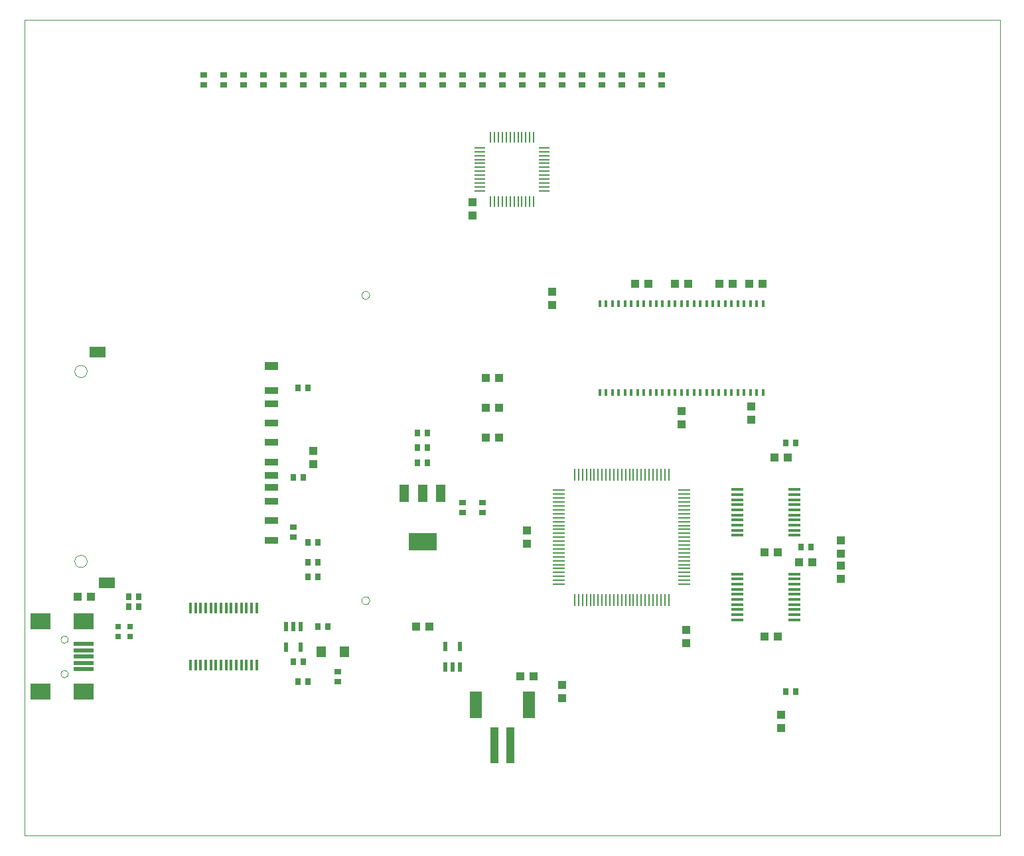
<source format=gtp>
G75*
G70*
%OFA0B0*%
%FSLAX24Y24*%
%IPPOS*%
%LPD*%
%AMOC8*
5,1,8,0,0,1.08239X$1,22.5*
%
%ADD10C,0.0000*%
%ADD11R,0.0106X0.0591*%
%ADD12R,0.0591X0.0106*%
%ADD13R,0.0984X0.0197*%
%ADD14R,0.0984X0.0787*%
%ADD15R,0.0217X0.0472*%
%ADD16R,0.0276X0.0354*%
%ADD17R,0.0394X0.1811*%
%ADD18R,0.0630X0.1339*%
%ADD19R,0.0433X0.0394*%
%ADD20R,0.0472X0.0551*%
%ADD21R,0.0137X0.0550*%
%ADD22R,0.0315X0.0315*%
%ADD23R,0.0580X0.0110*%
%ADD24R,0.0110X0.0580*%
%ADD25R,0.0394X0.0433*%
%ADD26R,0.0157X0.0354*%
%ADD27R,0.0709X0.0354*%
%ADD28R,0.0787X0.0551*%
%ADD29R,0.0709X0.0433*%
%ADD30R,0.0354X0.0276*%
%ADD31R,0.0480X0.0880*%
%ADD32R,0.1417X0.0866*%
%ADD33R,0.0591X0.0157*%
D10*
X002141Y000100D02*
X051141Y000100D01*
X051141Y041100D01*
X002141Y041100D01*
X002141Y000100D01*
X003964Y008234D02*
X003966Y008260D01*
X003972Y008286D01*
X003982Y008311D01*
X003995Y008334D01*
X004011Y008354D01*
X004031Y008372D01*
X004053Y008387D01*
X004076Y008399D01*
X004102Y008407D01*
X004128Y008411D01*
X004154Y008411D01*
X004180Y008407D01*
X004206Y008399D01*
X004230Y008387D01*
X004251Y008372D01*
X004271Y008354D01*
X004287Y008334D01*
X004300Y008311D01*
X004310Y008286D01*
X004316Y008260D01*
X004318Y008234D01*
X004316Y008208D01*
X004310Y008182D01*
X004300Y008157D01*
X004287Y008134D01*
X004271Y008114D01*
X004251Y008096D01*
X004229Y008081D01*
X004206Y008069D01*
X004180Y008061D01*
X004154Y008057D01*
X004128Y008057D01*
X004102Y008061D01*
X004076Y008069D01*
X004052Y008081D01*
X004031Y008096D01*
X004011Y008114D01*
X003995Y008134D01*
X003982Y008157D01*
X003972Y008182D01*
X003966Y008208D01*
X003964Y008234D01*
X003964Y009966D02*
X003966Y009992D01*
X003972Y010018D01*
X003982Y010043D01*
X003995Y010066D01*
X004011Y010086D01*
X004031Y010104D01*
X004053Y010119D01*
X004076Y010131D01*
X004102Y010139D01*
X004128Y010143D01*
X004154Y010143D01*
X004180Y010139D01*
X004206Y010131D01*
X004230Y010119D01*
X004251Y010104D01*
X004271Y010086D01*
X004287Y010066D01*
X004300Y010043D01*
X004310Y010018D01*
X004316Y009992D01*
X004318Y009966D01*
X004316Y009940D01*
X004310Y009914D01*
X004300Y009889D01*
X004287Y009866D01*
X004271Y009846D01*
X004251Y009828D01*
X004229Y009813D01*
X004206Y009801D01*
X004180Y009793D01*
X004154Y009789D01*
X004128Y009789D01*
X004102Y009793D01*
X004076Y009801D01*
X004052Y009813D01*
X004031Y009828D01*
X004011Y009846D01*
X003995Y009866D01*
X003982Y009889D01*
X003972Y009914D01*
X003966Y009940D01*
X003964Y009966D01*
X004663Y013899D02*
X004665Y013934D01*
X004671Y013968D01*
X004681Y014001D01*
X004694Y014034D01*
X004711Y014064D01*
X004732Y014092D01*
X004755Y014118D01*
X004782Y014141D01*
X004810Y014160D01*
X004841Y014176D01*
X004874Y014189D01*
X004907Y014198D01*
X004942Y014203D01*
X004977Y014204D01*
X005011Y014201D01*
X005046Y014194D01*
X005079Y014183D01*
X005110Y014169D01*
X005140Y014151D01*
X005168Y014130D01*
X005193Y014105D01*
X005215Y014078D01*
X005234Y014049D01*
X005249Y014018D01*
X005261Y013985D01*
X005269Y013951D01*
X005273Y013916D01*
X005273Y013882D01*
X005269Y013847D01*
X005261Y013813D01*
X005249Y013780D01*
X005234Y013749D01*
X005215Y013720D01*
X005193Y013693D01*
X005168Y013668D01*
X005140Y013647D01*
X005110Y013629D01*
X005079Y013615D01*
X005046Y013604D01*
X005011Y013597D01*
X004977Y013594D01*
X004942Y013595D01*
X004907Y013600D01*
X004874Y013609D01*
X004841Y013622D01*
X004810Y013638D01*
X004782Y013657D01*
X004755Y013680D01*
X004732Y013706D01*
X004711Y013734D01*
X004694Y013764D01*
X004681Y013797D01*
X004671Y013830D01*
X004665Y013864D01*
X004663Y013899D01*
X004663Y023450D02*
X004665Y023485D01*
X004671Y023519D01*
X004681Y023552D01*
X004694Y023585D01*
X004711Y023615D01*
X004732Y023643D01*
X004755Y023669D01*
X004782Y023692D01*
X004810Y023711D01*
X004841Y023727D01*
X004874Y023740D01*
X004907Y023749D01*
X004942Y023754D01*
X004977Y023755D01*
X005011Y023752D01*
X005046Y023745D01*
X005079Y023734D01*
X005110Y023720D01*
X005140Y023702D01*
X005168Y023681D01*
X005193Y023656D01*
X005215Y023629D01*
X005234Y023600D01*
X005249Y023569D01*
X005261Y023536D01*
X005269Y023502D01*
X005273Y023467D01*
X005273Y023433D01*
X005269Y023398D01*
X005261Y023364D01*
X005249Y023331D01*
X005234Y023300D01*
X005215Y023271D01*
X005193Y023244D01*
X005168Y023219D01*
X005140Y023198D01*
X005110Y023180D01*
X005079Y023166D01*
X005046Y023155D01*
X005011Y023148D01*
X004977Y023145D01*
X004942Y023146D01*
X004907Y023151D01*
X004874Y023160D01*
X004841Y023173D01*
X004810Y023189D01*
X004782Y023208D01*
X004755Y023231D01*
X004732Y023257D01*
X004711Y023285D01*
X004694Y023315D01*
X004681Y023348D01*
X004671Y023381D01*
X004665Y023415D01*
X004663Y023450D01*
X019074Y027277D02*
X019076Y027304D01*
X019082Y027331D01*
X019091Y027357D01*
X019104Y027381D01*
X019120Y027404D01*
X019139Y027423D01*
X019161Y027440D01*
X019185Y027454D01*
X019210Y027464D01*
X019237Y027471D01*
X019264Y027474D01*
X019292Y027473D01*
X019319Y027468D01*
X019345Y027460D01*
X019369Y027448D01*
X019392Y027432D01*
X019413Y027414D01*
X019430Y027393D01*
X019445Y027369D01*
X019456Y027344D01*
X019464Y027318D01*
X019468Y027291D01*
X019468Y027263D01*
X019464Y027236D01*
X019456Y027210D01*
X019445Y027185D01*
X019430Y027161D01*
X019413Y027140D01*
X019392Y027122D01*
X019370Y027106D01*
X019345Y027094D01*
X019319Y027086D01*
X019292Y027081D01*
X019264Y027080D01*
X019237Y027083D01*
X019210Y027090D01*
X019185Y027100D01*
X019161Y027114D01*
X019139Y027131D01*
X019120Y027150D01*
X019104Y027173D01*
X019091Y027197D01*
X019082Y027223D01*
X019076Y027250D01*
X019074Y027277D01*
X019074Y011923D02*
X019076Y011950D01*
X019082Y011977D01*
X019091Y012003D01*
X019104Y012027D01*
X019120Y012050D01*
X019139Y012069D01*
X019161Y012086D01*
X019185Y012100D01*
X019210Y012110D01*
X019237Y012117D01*
X019264Y012120D01*
X019292Y012119D01*
X019319Y012114D01*
X019345Y012106D01*
X019369Y012094D01*
X019392Y012078D01*
X019413Y012060D01*
X019430Y012039D01*
X019445Y012015D01*
X019456Y011990D01*
X019464Y011964D01*
X019468Y011937D01*
X019468Y011909D01*
X019464Y011882D01*
X019456Y011856D01*
X019445Y011831D01*
X019430Y011807D01*
X019413Y011786D01*
X019392Y011768D01*
X019370Y011752D01*
X019345Y011740D01*
X019319Y011732D01*
X019292Y011727D01*
X019264Y011726D01*
X019237Y011729D01*
X019210Y011736D01*
X019185Y011746D01*
X019161Y011760D01*
X019139Y011777D01*
X019120Y011796D01*
X019104Y011819D01*
X019091Y011843D01*
X019082Y011869D01*
X019076Y011896D01*
X019074Y011923D01*
D11*
X029779Y011950D03*
X029975Y011950D03*
X030172Y011950D03*
X030369Y011950D03*
X030566Y011950D03*
X030763Y011950D03*
X030960Y011950D03*
X031156Y011950D03*
X031353Y011950D03*
X031550Y011950D03*
X031747Y011950D03*
X031944Y011950D03*
X032141Y011950D03*
X032338Y011950D03*
X032534Y011950D03*
X032731Y011950D03*
X032928Y011950D03*
X033125Y011950D03*
X033322Y011950D03*
X033519Y011950D03*
X033716Y011950D03*
X033912Y011950D03*
X034109Y011950D03*
X034306Y011950D03*
X034503Y011950D03*
X034503Y018250D03*
X034306Y018250D03*
X034109Y018250D03*
X033912Y018250D03*
X033716Y018250D03*
X033519Y018250D03*
X033322Y018250D03*
X033125Y018250D03*
X032928Y018250D03*
X032731Y018250D03*
X032534Y018250D03*
X032338Y018250D03*
X032141Y018250D03*
X031944Y018250D03*
X031747Y018250D03*
X031550Y018250D03*
X031353Y018250D03*
X031156Y018250D03*
X030960Y018250D03*
X030763Y018250D03*
X030566Y018250D03*
X030369Y018250D03*
X030172Y018250D03*
X029975Y018250D03*
X029779Y018250D03*
D12*
X028991Y017462D03*
X028991Y017265D03*
X028991Y017069D03*
X028991Y016872D03*
X028991Y016675D03*
X028991Y016478D03*
X028991Y016281D03*
X028991Y016084D03*
X028991Y015887D03*
X028991Y015691D03*
X028991Y015494D03*
X028991Y015297D03*
X028991Y015100D03*
X028991Y014903D03*
X028991Y014706D03*
X028991Y014509D03*
X028991Y014313D03*
X028991Y014116D03*
X028991Y013919D03*
X028991Y013722D03*
X028991Y013525D03*
X028991Y013328D03*
X028991Y013131D03*
X028991Y012935D03*
X028991Y012738D03*
X035290Y012738D03*
X035290Y012935D03*
X035290Y013131D03*
X035290Y013328D03*
X035290Y013525D03*
X035290Y013722D03*
X035290Y013919D03*
X035290Y014116D03*
X035290Y014313D03*
X035290Y014509D03*
X035290Y014706D03*
X035290Y014903D03*
X035290Y015100D03*
X035290Y015297D03*
X035290Y015494D03*
X035290Y015691D03*
X035290Y015887D03*
X035290Y016084D03*
X035290Y016281D03*
X035290Y016478D03*
X035290Y016675D03*
X035290Y016872D03*
X035290Y017069D03*
X035290Y017265D03*
X035290Y017462D03*
D13*
X005125Y009730D03*
X005125Y009415D03*
X005125Y009100D03*
X005125Y008785D03*
X005125Y008470D03*
D14*
X005125Y007328D03*
X002960Y007328D03*
X002960Y010872D03*
X005125Y010872D03*
D15*
X015267Y010612D03*
X015641Y010612D03*
X016015Y010612D03*
X016015Y009588D03*
X015267Y009588D03*
X023267Y009612D03*
X024015Y009612D03*
X024015Y008588D03*
X023641Y008588D03*
X023267Y008588D03*
D16*
X017397Y010600D03*
X016885Y010600D03*
X016147Y008850D03*
X015635Y008850D03*
X015885Y007850D03*
X016397Y007850D03*
X016385Y013100D03*
X016897Y013100D03*
X016897Y013850D03*
X016385Y013850D03*
X016385Y014850D03*
X016897Y014850D03*
X016147Y018100D03*
X015635Y018100D03*
X015885Y022600D03*
X016397Y022600D03*
X021885Y020350D03*
X022397Y020350D03*
X022397Y019600D03*
X021885Y019600D03*
X021885Y018850D03*
X022397Y018850D03*
X007897Y012100D03*
X007897Y011600D03*
X007385Y011600D03*
X007385Y012100D03*
X040385Y007350D03*
X040897Y007350D03*
X041135Y014600D03*
X041647Y014600D03*
X040897Y019850D03*
X040385Y019850D03*
D17*
X026534Y004643D03*
X025747Y004643D03*
D18*
X024802Y006691D03*
X027479Y006691D03*
D19*
X027725Y008100D03*
X027056Y008100D03*
X022475Y010600D03*
X021806Y010600D03*
X025306Y020100D03*
X025975Y020100D03*
X025975Y021600D03*
X025306Y021600D03*
X025306Y023100D03*
X025975Y023100D03*
X032806Y027850D03*
X033475Y027850D03*
X034806Y027850D03*
X035475Y027850D03*
X037056Y027850D03*
X037725Y027850D03*
X038556Y027850D03*
X039225Y027850D03*
X039806Y019100D03*
X040475Y019100D03*
X039975Y014350D03*
X039306Y014350D03*
X041056Y013850D03*
X041725Y013850D03*
X039975Y010100D03*
X039306Y010100D03*
X005475Y012100D03*
X004806Y012100D03*
D20*
X017050Y009350D03*
X018231Y009350D03*
D21*
X013804Y008661D03*
X013548Y008661D03*
X013292Y008661D03*
X013036Y008661D03*
X012781Y008661D03*
X012525Y008661D03*
X012269Y008661D03*
X012013Y008661D03*
X011757Y008661D03*
X011501Y008661D03*
X011245Y008661D03*
X010989Y008661D03*
X010733Y008661D03*
X010477Y008661D03*
X010477Y011539D03*
X010733Y011539D03*
X010989Y011539D03*
X011245Y011539D03*
X011501Y011539D03*
X011757Y011539D03*
X012013Y011539D03*
X012269Y011539D03*
X012525Y011539D03*
X012781Y011539D03*
X013036Y011539D03*
X013292Y011539D03*
X013548Y011539D03*
X013804Y011539D03*
D22*
X007436Y010600D03*
X007436Y010100D03*
X006845Y010100D03*
X006845Y010600D03*
D23*
X025021Y032520D03*
X025021Y032710D03*
X025021Y032910D03*
X025021Y033110D03*
X025021Y033300D03*
X025021Y033500D03*
X025021Y033700D03*
X025021Y033900D03*
X025021Y034090D03*
X025021Y034290D03*
X025021Y034490D03*
X025021Y034680D03*
X028261Y034680D03*
X028261Y034490D03*
X028261Y034290D03*
X028261Y034090D03*
X028261Y033900D03*
X028261Y033700D03*
X028261Y033500D03*
X028261Y033300D03*
X028261Y033110D03*
X028261Y032910D03*
X028261Y032710D03*
X028261Y032520D03*
D24*
X027721Y031980D03*
X027531Y031980D03*
X027331Y031980D03*
X027131Y031980D03*
X026941Y031980D03*
X026741Y031980D03*
X026541Y031980D03*
X026341Y031980D03*
X026151Y031980D03*
X025951Y031980D03*
X025751Y031980D03*
X025561Y031980D03*
X025561Y035220D03*
X025751Y035220D03*
X025951Y035220D03*
X026151Y035220D03*
X026341Y035220D03*
X026541Y035220D03*
X026741Y035220D03*
X026941Y035220D03*
X027131Y035220D03*
X027331Y035220D03*
X027531Y035220D03*
X027721Y035220D03*
D25*
X024641Y031935D03*
X024641Y031265D03*
X028641Y027435D03*
X028641Y026765D03*
X035141Y021435D03*
X035141Y020765D03*
X038641Y021015D03*
X038641Y021685D03*
X043141Y014935D03*
X043141Y014265D03*
X043141Y013685D03*
X043141Y013015D03*
X035391Y010435D03*
X035391Y009765D03*
X040141Y006185D03*
X040141Y005515D03*
X029141Y007015D03*
X029141Y007685D03*
X027391Y014765D03*
X027391Y015435D03*
X016641Y018765D03*
X016641Y019435D03*
D26*
X031046Y022364D03*
X031361Y022364D03*
X031676Y022364D03*
X031991Y022364D03*
X032306Y022364D03*
X032621Y022364D03*
X032936Y022364D03*
X033251Y022364D03*
X033566Y022364D03*
X033881Y022364D03*
X034196Y022364D03*
X034511Y022364D03*
X034826Y022364D03*
X035141Y022364D03*
X035456Y022364D03*
X035771Y022364D03*
X036086Y022364D03*
X036401Y022364D03*
X036716Y022364D03*
X037031Y022364D03*
X037345Y022364D03*
X037660Y022364D03*
X037975Y022364D03*
X038290Y022364D03*
X038605Y022364D03*
X038920Y022364D03*
X039235Y022364D03*
X039235Y026836D03*
X038920Y026836D03*
X038605Y026836D03*
X038290Y026836D03*
X037975Y026836D03*
X037660Y026836D03*
X037345Y026836D03*
X037031Y026836D03*
X036716Y026836D03*
X036401Y026836D03*
X036086Y026836D03*
X035771Y026836D03*
X035456Y026836D03*
X035141Y026836D03*
X034826Y026836D03*
X034511Y026836D03*
X034196Y026836D03*
X033881Y026836D03*
X033566Y026836D03*
X033251Y026836D03*
X032936Y026836D03*
X032621Y026836D03*
X032306Y026836D03*
X031991Y026836D03*
X031676Y026836D03*
X031361Y026836D03*
X031046Y026836D03*
D27*
X014534Y022478D03*
X014534Y021809D03*
X014534Y020856D03*
X014534Y019872D03*
X014534Y018887D03*
X014534Y018198D03*
X014534Y017608D03*
X014534Y016919D03*
X014534Y015935D03*
X014534Y014950D03*
D28*
X006267Y012793D03*
X005814Y024407D03*
D29*
X014534Y023718D03*
D30*
X024141Y016856D03*
X024141Y016344D03*
X025141Y016344D03*
X025141Y016856D03*
X015641Y015606D03*
X015641Y015094D03*
X017891Y008356D03*
X017891Y007844D03*
X018141Y037844D03*
X018141Y038356D03*
X019141Y038356D03*
X019141Y037844D03*
X020141Y037844D03*
X020141Y038356D03*
X021141Y038356D03*
X021141Y037844D03*
X022141Y037844D03*
X022141Y038356D03*
X023141Y038356D03*
X023141Y037844D03*
X024141Y037844D03*
X024141Y038356D03*
X025141Y038356D03*
X025141Y037844D03*
X026141Y037844D03*
X027141Y037844D03*
X027141Y038356D03*
X026141Y038356D03*
X028141Y038356D03*
X028141Y037844D03*
X029141Y037844D03*
X029141Y038356D03*
X030141Y038356D03*
X030141Y037844D03*
X031141Y037844D03*
X031141Y038356D03*
X032141Y038356D03*
X032141Y037844D03*
X033141Y037844D03*
X033141Y038356D03*
X034141Y038356D03*
X034141Y037844D03*
X017141Y037844D03*
X017141Y038356D03*
X016141Y038356D03*
X016141Y037844D03*
X015141Y037844D03*
X015141Y038356D03*
X014141Y038356D03*
X014141Y037844D03*
X013141Y037844D03*
X013141Y038356D03*
X012141Y038356D03*
X012141Y037844D03*
X011141Y037844D03*
X011141Y038356D03*
D31*
X021231Y017320D03*
X022141Y017320D03*
X023051Y017320D03*
D32*
X022141Y014880D03*
D33*
X037964Y015198D03*
X037964Y015454D03*
X037964Y015710D03*
X037964Y015966D03*
X037964Y016222D03*
X037964Y016478D03*
X037964Y016734D03*
X037964Y016990D03*
X037964Y017246D03*
X037964Y017502D03*
X040818Y017502D03*
X040818Y017246D03*
X040818Y016990D03*
X040818Y016734D03*
X040818Y016478D03*
X040818Y016222D03*
X040818Y015966D03*
X040818Y015710D03*
X040818Y015454D03*
X040818Y015198D03*
X040818Y013252D03*
X040818Y012996D03*
X040818Y012740D03*
X040818Y012484D03*
X040818Y012228D03*
X040818Y011972D03*
X040818Y011716D03*
X040818Y011460D03*
X040818Y011204D03*
X040818Y010948D03*
X037964Y010948D03*
X037964Y011204D03*
X037964Y011460D03*
X037964Y011716D03*
X037964Y011972D03*
X037964Y012228D03*
X037964Y012484D03*
X037964Y012740D03*
X037964Y012996D03*
X037964Y013252D03*
M02*

</source>
